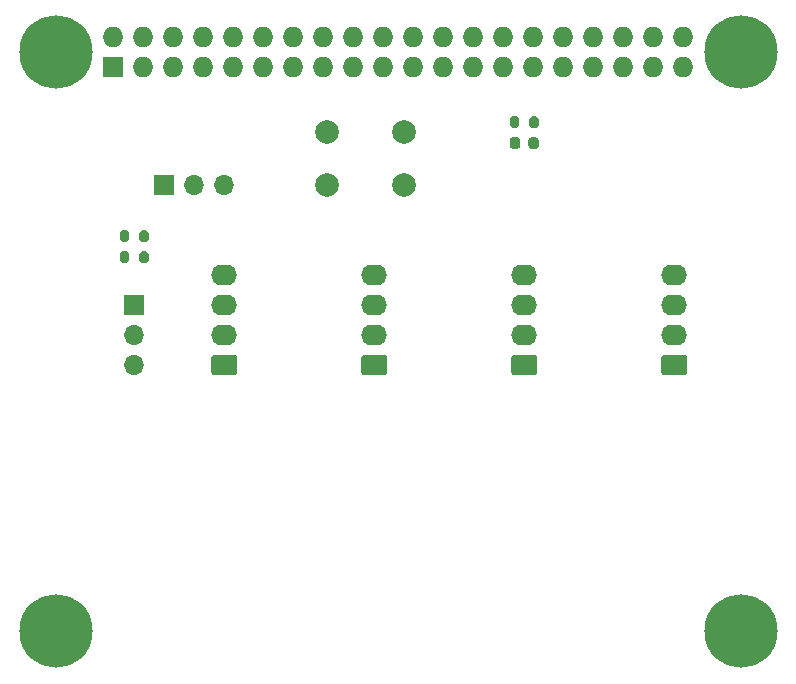
<source format=gts>
G04 #@! TF.GenerationSoftware,KiCad,Pcbnew,(5.1.7)-1*
G04 #@! TF.CreationDate,2021-05-12T14:55:54+08:00*
G04 #@! TF.ProjectId,pi4-breakout,7069342d-6272-4656-916b-6f75742e6b69,rev?*
G04 #@! TF.SameCoordinates,Original*
G04 #@! TF.FileFunction,Soldermask,Top*
G04 #@! TF.FilePolarity,Negative*
%FSLAX46Y46*%
G04 Gerber Fmt 4.6, Leading zero omitted, Abs format (unit mm)*
G04 Created by KiCad (PCBNEW (5.1.7)-1) date 2021-05-12 14:55:54*
%MOMM*%
%LPD*%
G01*
G04 APERTURE LIST*
%ADD10C,2.000000*%
%ADD11O,1.700000X1.700000*%
%ADD12R,1.700000X1.700000*%
%ADD13O,2.190000X1.740000*%
%ADD14R,1.727200X1.727200*%
%ADD15O,1.727200X1.727200*%
%ADD16C,6.200000*%
G04 APERTURE END LIST*
D10*
X138280000Y-91440000D03*
X138280000Y-86940000D03*
X144780000Y-91440000D03*
X144780000Y-86940000D03*
G36*
G01*
X154515000Y-85831000D02*
X154515000Y-86381000D01*
G75*
G02*
X154315000Y-86581000I-200000J0D01*
G01*
X153915000Y-86581000D01*
G75*
G02*
X153715000Y-86381000I0J200000D01*
G01*
X153715000Y-85831000D01*
G75*
G02*
X153915000Y-85631000I200000J0D01*
G01*
X154315000Y-85631000D01*
G75*
G02*
X154515000Y-85831000I0J-200000D01*
G01*
G37*
G36*
G01*
X156165000Y-85831000D02*
X156165000Y-86381000D01*
G75*
G02*
X155965000Y-86581000I-200000J0D01*
G01*
X155565000Y-86581000D01*
G75*
G02*
X155365000Y-86381000I0J200000D01*
G01*
X155365000Y-85831000D01*
G75*
G02*
X155565000Y-85631000I200000J0D01*
G01*
X155965000Y-85631000D01*
G75*
G02*
X156165000Y-85831000I0J-200000D01*
G01*
G37*
G36*
G01*
X122345000Y-96033000D02*
X122345000Y-95483000D01*
G75*
G02*
X122545000Y-95283000I200000J0D01*
G01*
X122945000Y-95283000D01*
G75*
G02*
X123145000Y-95483000I0J-200000D01*
G01*
X123145000Y-96033000D01*
G75*
G02*
X122945000Y-96233000I-200000J0D01*
G01*
X122545000Y-96233000D01*
G75*
G02*
X122345000Y-96033000I0J200000D01*
G01*
G37*
G36*
G01*
X120695000Y-96033000D02*
X120695000Y-95483000D01*
G75*
G02*
X120895000Y-95283000I200000J0D01*
G01*
X121295000Y-95283000D01*
G75*
G02*
X121495000Y-95483000I0J-200000D01*
G01*
X121495000Y-96033000D01*
G75*
G02*
X121295000Y-96233000I-200000J0D01*
G01*
X120895000Y-96233000D01*
G75*
G02*
X120695000Y-96033000I0J200000D01*
G01*
G37*
G36*
G01*
X122345000Y-97811000D02*
X122345000Y-97261000D01*
G75*
G02*
X122545000Y-97061000I200000J0D01*
G01*
X122945000Y-97061000D01*
G75*
G02*
X123145000Y-97261000I0J-200000D01*
G01*
X123145000Y-97811000D01*
G75*
G02*
X122945000Y-98011000I-200000J0D01*
G01*
X122545000Y-98011000D01*
G75*
G02*
X122345000Y-97811000I0J200000D01*
G01*
G37*
G36*
G01*
X120695000Y-97811000D02*
X120695000Y-97261000D01*
G75*
G02*
X120895000Y-97061000I200000J0D01*
G01*
X121295000Y-97061000D01*
G75*
G02*
X121495000Y-97261000I0J-200000D01*
G01*
X121495000Y-97811000D01*
G75*
G02*
X121295000Y-98011000I-200000J0D01*
G01*
X120895000Y-98011000D01*
G75*
G02*
X120695000Y-97811000I0J200000D01*
G01*
G37*
D11*
X121920000Y-106680000D03*
X121920000Y-104140000D03*
D12*
X121920000Y-101600000D03*
D11*
X129540000Y-91440000D03*
X127000000Y-91440000D03*
D12*
X124460000Y-91440000D03*
D13*
X167640000Y-99060000D03*
X167640000Y-101600000D03*
X167640000Y-104140000D03*
G36*
G01*
X168485001Y-107550000D02*
X166794999Y-107550000D01*
G75*
G02*
X166545000Y-107300001I0J249999D01*
G01*
X166545000Y-106059999D01*
G75*
G02*
X166794999Y-105810000I249999J0D01*
G01*
X168485001Y-105810000D01*
G75*
G02*
X168735000Y-106059999I0J-249999D01*
G01*
X168735000Y-107300001D01*
G75*
G02*
X168485001Y-107550000I-249999J0D01*
G01*
G37*
X154940000Y-99060000D03*
X154940000Y-101600000D03*
X154940000Y-104140000D03*
G36*
G01*
X155785001Y-107550000D02*
X154094999Y-107550000D01*
G75*
G02*
X153845000Y-107300001I0J249999D01*
G01*
X153845000Y-106059999D01*
G75*
G02*
X154094999Y-105810000I249999J0D01*
G01*
X155785001Y-105810000D01*
G75*
G02*
X156035000Y-106059999I0J-249999D01*
G01*
X156035000Y-107300001D01*
G75*
G02*
X155785001Y-107550000I-249999J0D01*
G01*
G37*
X142240000Y-99060000D03*
X142240000Y-101600000D03*
X142240000Y-104140000D03*
G36*
G01*
X143085001Y-107550000D02*
X141394999Y-107550000D01*
G75*
G02*
X141145000Y-107300001I0J249999D01*
G01*
X141145000Y-106059999D01*
G75*
G02*
X141394999Y-105810000I249999J0D01*
G01*
X143085001Y-105810000D01*
G75*
G02*
X143335000Y-106059999I0J-249999D01*
G01*
X143335000Y-107300001D01*
G75*
G02*
X143085001Y-107550000I-249999J0D01*
G01*
G37*
X129540000Y-99060000D03*
X129540000Y-101600000D03*
X129540000Y-104140000D03*
G36*
G01*
X130385001Y-107550000D02*
X128694999Y-107550000D01*
G75*
G02*
X128445000Y-107300001I0J249999D01*
G01*
X128445000Y-106059999D01*
G75*
G02*
X128694999Y-105810000I249999J0D01*
G01*
X130385001Y-105810000D01*
G75*
G02*
X130635000Y-106059999I0J-249999D01*
G01*
X130635000Y-107300001D01*
G75*
G02*
X130385001Y-107550000I-249999J0D01*
G01*
G37*
G36*
G01*
X154590000Y-87627750D02*
X154590000Y-88140250D01*
G75*
G02*
X154371250Y-88359000I-218750J0D01*
G01*
X153933750Y-88359000D01*
G75*
G02*
X153715000Y-88140250I0J218750D01*
G01*
X153715000Y-87627750D01*
G75*
G02*
X153933750Y-87409000I218750J0D01*
G01*
X154371250Y-87409000D01*
G75*
G02*
X154590000Y-87627750I0J-218750D01*
G01*
G37*
G36*
G01*
X156165000Y-87627750D02*
X156165000Y-88140250D01*
G75*
G02*
X155946250Y-88359000I-218750J0D01*
G01*
X155508750Y-88359000D01*
G75*
G02*
X155290000Y-88140250I0J218750D01*
G01*
X155290000Y-87627750D01*
G75*
G02*
X155508750Y-87409000I218750J0D01*
G01*
X155946250Y-87409000D01*
G75*
G02*
X156165000Y-87627750I0J-218750D01*
G01*
G37*
D14*
X120130000Y-81470000D03*
D15*
X120130000Y-78930000D03*
X122670000Y-81470000D03*
X122670000Y-78930000D03*
X125210000Y-81470000D03*
X125210000Y-78930000D03*
X127750000Y-81470000D03*
X127750000Y-78930000D03*
X130290000Y-81470000D03*
X130290000Y-78930000D03*
X132830000Y-81470000D03*
X132830000Y-78930000D03*
X135370000Y-81470000D03*
X135370000Y-78930000D03*
X137910000Y-81470000D03*
X137910000Y-78930000D03*
X140450000Y-81470000D03*
X140450000Y-78930000D03*
X142990000Y-81470000D03*
X142990000Y-78930000D03*
X145530000Y-81470000D03*
X145530000Y-78930000D03*
X148070000Y-81470000D03*
X148070000Y-78930000D03*
X150610000Y-81470000D03*
X150610000Y-78930000D03*
X153150000Y-81470000D03*
X153150000Y-78930000D03*
X155690000Y-81470000D03*
X155690000Y-78930000D03*
X158230000Y-81470000D03*
X158230000Y-78930000D03*
X160770000Y-81470000D03*
X160770000Y-78930000D03*
X163310000Y-81470000D03*
X163310000Y-78930000D03*
X165850000Y-81470000D03*
X165850000Y-78930000D03*
X168390000Y-81470000D03*
X168390000Y-78930000D03*
D16*
X173260000Y-80200000D03*
X173260000Y-129200000D03*
X115260000Y-129200000D03*
X115260000Y-80200000D03*
M02*

</source>
